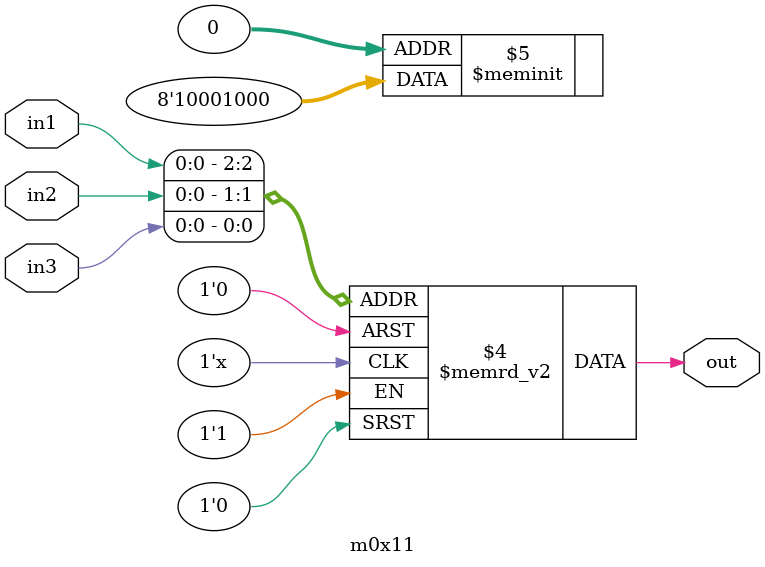
<source format=v>
module m0x11(output out, input in1, in2, in3);

   always @(in1, in2, in3)
     begin
        case({in1, in2, in3})
          3'b000: {out} = 1'b0;
          3'b001: {out} = 1'b0;
          3'b010: {out} = 1'b0;
          3'b011: {out} = 1'b1;
          3'b100: {out} = 1'b0;
          3'b101: {out} = 1'b0;
          3'b110: {out} = 1'b0;
          3'b111: {out} = 1'b1;
        endcase // case ({in1, in2, in3})
     end // always @ (in1, in2, in3)

endmodule // m0x11
</source>
